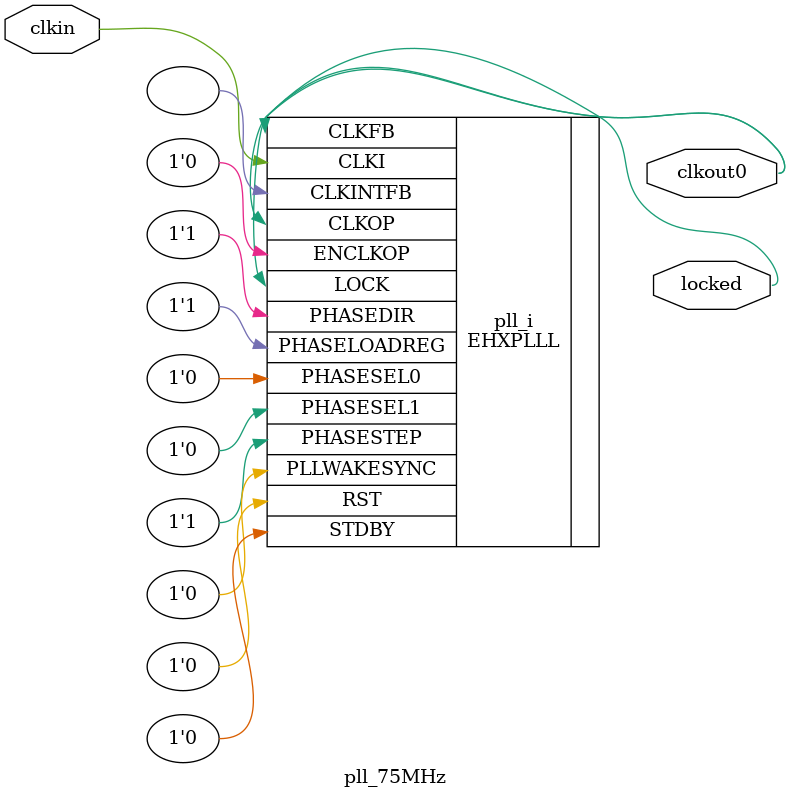
<source format=sv>
module pll_75MHz (
    input  clkin,    // 25 MHz, 0 deg
    output clkout0,  // 75 MHz, 0 deg
    output locked
);
    (* FREQUENCY_PIN_CLKI="25" *)
(* FREQUENCY_PIN_CLKOP="75" *)
(* ICP_CURRENT="12" *) (* LPF_RESISTOR="8" *) (* MFG_ENABLE_FILTEROPAMP="1" *) (* MFG_GMCREF_SEL="2" *)
    EHXPLLL #(
        .PLLRST_ENA("DISABLED"),
        .INTFB_WAKE("DISABLED"),
        .STDBY_ENABLE("DISABLED"),
        .DPHASE_SOURCE("DISABLED"),
        .OUTDIVIDER_MUXA("DIVA"),
        .OUTDIVIDER_MUXB("DIVB"),
        .OUTDIVIDER_MUXC("DIVC"),
        .OUTDIVIDER_MUXD("DIVD"),
        .CLKI_DIV(1),
        .CLKOP_ENABLE("ENABLED"),
        .CLKOP_DIV(8),
        .CLKOP_CPHASE(4),
        .CLKOP_FPHASE(0),
        .FEEDBK_PATH("CLKOP"),
        .CLKFB_DIV(3)
    ) pll_i (
        .RST(1'b0),
        .STDBY(1'b0),
        .CLKI(clkin),
        .CLKOP(clkout0),
        .CLKFB(clkout0),
        .CLKINTFB(),
        .PHASESEL0(1'b0),
        .PHASESEL1(1'b0),
        .PHASEDIR(1'b1),
        .PHASESTEP(1'b1),
        .PHASELOADREG(1'b1),
        .PLLWAKESYNC(1'b0),
        .ENCLKOP(1'b0),
        .LOCK(locked)
    );
endmodule

</source>
